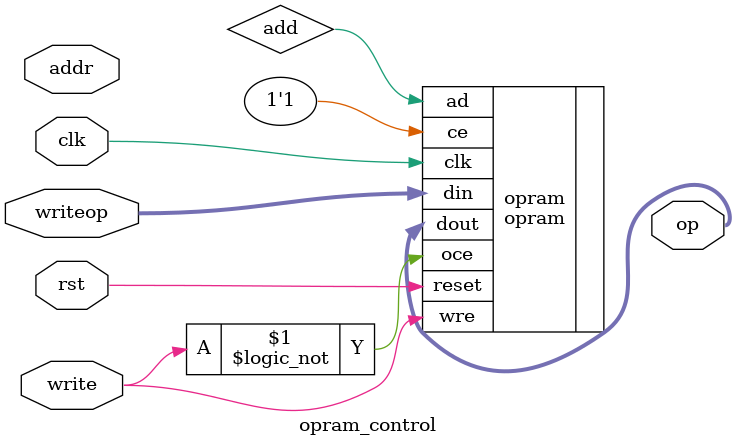
<source format=v>


module opram_control(write, writeop, clk, op, addr, rst);
    input [7:0] writeop;
    input [3:0] addr;
    input write, clk, rst;

    output [7:0] op;
//--------Copy here to design--------

    opram opram(
        .dout(op), //output [7:0] dout
        .clk(clk), //input clk
        .oce(!(write)), //input oce
        .ce(1'b1), //input ce
        .reset(rst), //input reset
        .wre(write), //input wre
        .ad(add), //input [2:0] ad
        .din(writeop) //input [7:0] din
    );
//--------Copy end-------------------
endmodule

</source>
